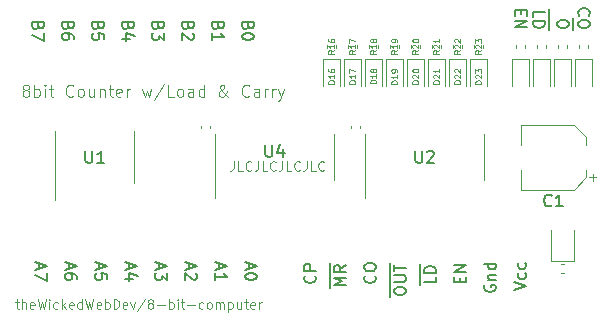
<source format=gbr>
%TF.GenerationSoftware,KiCad,Pcbnew,(5.1.10-1-10_14)*%
%TF.CreationDate,2021-10-16T23:36:31-04:00*%
%TF.ProjectId,address-register,61646472-6573-4732-9d72-656769737465,rev?*%
%TF.SameCoordinates,Original*%
%TF.FileFunction,Legend,Top*%
%TF.FilePolarity,Positive*%
%FSLAX46Y46*%
G04 Gerber Fmt 4.6, Leading zero omitted, Abs format (unit mm)*
G04 Created by KiCad (PCBNEW (5.1.10-1-10_14)) date 2021-10-16 23:36:31*
%MOMM*%
%LPD*%
G01*
G04 APERTURE LIST*
%ADD10C,0.100000*%
%ADD11C,0.150000*%
%ADD12C,0.120000*%
%ADD13C,0.080000*%
G04 APERTURE END LIST*
D10*
X186804761Y-21913904D02*
X186804761Y-22485333D01*
X186766666Y-22599619D01*
X186690476Y-22675809D01*
X186576190Y-22713904D01*
X186500000Y-22713904D01*
X187566666Y-22713904D02*
X187185714Y-22713904D01*
X187185714Y-21913904D01*
X188290476Y-22637714D02*
X188252380Y-22675809D01*
X188138095Y-22713904D01*
X188061904Y-22713904D01*
X187947619Y-22675809D01*
X187871428Y-22599619D01*
X187833333Y-22523428D01*
X187795238Y-22371047D01*
X187795238Y-22256761D01*
X187833333Y-22104380D01*
X187871428Y-22028190D01*
X187947619Y-21952000D01*
X188061904Y-21913904D01*
X188138095Y-21913904D01*
X188252380Y-21952000D01*
X188290476Y-21990095D01*
X188861904Y-21913904D02*
X188861904Y-22485333D01*
X188823809Y-22599619D01*
X188747619Y-22675809D01*
X188633333Y-22713904D01*
X188557142Y-22713904D01*
X189623809Y-22713904D02*
X189242857Y-22713904D01*
X189242857Y-21913904D01*
X190347619Y-22637714D02*
X190309523Y-22675809D01*
X190195238Y-22713904D01*
X190119047Y-22713904D01*
X190004761Y-22675809D01*
X189928571Y-22599619D01*
X189890476Y-22523428D01*
X189852380Y-22371047D01*
X189852380Y-22256761D01*
X189890476Y-22104380D01*
X189928571Y-22028190D01*
X190004761Y-21952000D01*
X190119047Y-21913904D01*
X190195238Y-21913904D01*
X190309523Y-21952000D01*
X190347619Y-21990095D01*
X190919047Y-21913904D02*
X190919047Y-22485333D01*
X190880952Y-22599619D01*
X190804761Y-22675809D01*
X190690476Y-22713904D01*
X190614285Y-22713904D01*
X191680952Y-22713904D02*
X191300000Y-22713904D01*
X191300000Y-21913904D01*
X192404761Y-22637714D02*
X192366666Y-22675809D01*
X192252380Y-22713904D01*
X192176190Y-22713904D01*
X192061904Y-22675809D01*
X191985714Y-22599619D01*
X191947619Y-22523428D01*
X191909523Y-22371047D01*
X191909523Y-22256761D01*
X191947619Y-22104380D01*
X191985714Y-22028190D01*
X192061904Y-21952000D01*
X192176190Y-21913904D01*
X192252380Y-21913904D01*
X192366666Y-21952000D01*
X192404761Y-21990095D01*
X192976190Y-21913904D02*
X192976190Y-22485333D01*
X192938095Y-22599619D01*
X192861904Y-22675809D01*
X192747619Y-22713904D01*
X192671428Y-22713904D01*
X193738095Y-22713904D02*
X193357142Y-22713904D01*
X193357142Y-21913904D01*
X194461904Y-22637714D02*
X194423809Y-22675809D01*
X194309523Y-22713904D01*
X194233333Y-22713904D01*
X194119047Y-22675809D01*
X194042857Y-22599619D01*
X194004761Y-22523428D01*
X193966666Y-22371047D01*
X193966666Y-22256761D01*
X194004761Y-22104380D01*
X194042857Y-22028190D01*
X194119047Y-21952000D01*
X194233333Y-21913904D01*
X194309523Y-21913904D01*
X194423809Y-21952000D01*
X194461904Y-21990095D01*
D11*
X211145428Y-9110214D02*
X211145428Y-9443547D01*
X210621619Y-9586404D02*
X210621619Y-9110214D01*
X211621619Y-9110214D01*
X211621619Y-9586404D01*
X210621619Y-10014976D02*
X211621619Y-10014976D01*
X210621619Y-10586404D01*
X211621619Y-10586404D01*
X213513000Y-9014976D02*
X213513000Y-9824500D01*
X212145619Y-9729261D02*
X212145619Y-9253071D01*
X213145619Y-9253071D01*
X213513000Y-9824500D02*
X213513000Y-10824500D01*
X212145619Y-10062595D02*
X213145619Y-10062595D01*
X213145619Y-10300690D01*
X213098000Y-10443547D01*
X213002761Y-10538785D01*
X212907523Y-10586404D01*
X212717047Y-10634023D01*
X212574190Y-10634023D01*
X212383714Y-10586404D01*
X212288476Y-10538785D01*
X212193238Y-10443547D01*
X212145619Y-10300690D01*
X212145619Y-10062595D01*
X215545000Y-9776880D02*
X215545000Y-10824500D01*
X215177619Y-10205452D02*
X215177619Y-10395928D01*
X215130000Y-10491166D01*
X215034761Y-10586404D01*
X214844285Y-10634023D01*
X214510952Y-10634023D01*
X214320476Y-10586404D01*
X214225238Y-10491166D01*
X214177619Y-10395928D01*
X214177619Y-10205452D01*
X214225238Y-10110214D01*
X214320476Y-10014976D01*
X214510952Y-9967357D01*
X214844285Y-9967357D01*
X215034761Y-10014976D01*
X215130000Y-10110214D01*
X215177619Y-10205452D01*
X216050857Y-9586404D02*
X216003238Y-9538785D01*
X215955619Y-9395928D01*
X215955619Y-9300690D01*
X216003238Y-9157833D01*
X216098476Y-9062595D01*
X216193714Y-9014976D01*
X216384190Y-8967357D01*
X216527047Y-8967357D01*
X216717523Y-9014976D01*
X216812761Y-9062595D01*
X216908000Y-9157833D01*
X216955619Y-9300690D01*
X216955619Y-9395928D01*
X216908000Y-9538785D01*
X216860380Y-9586404D01*
X216955619Y-10205452D02*
X216955619Y-10395928D01*
X216908000Y-10491166D01*
X216812761Y-10586404D01*
X216622285Y-10634023D01*
X216288952Y-10634023D01*
X216098476Y-10586404D01*
X216003238Y-10491166D01*
X215955619Y-10395928D01*
X215955619Y-10205452D01*
X216003238Y-10110214D01*
X216098476Y-10014976D01*
X216288952Y-9967357D01*
X216622285Y-9967357D01*
X216812761Y-10014976D01*
X216908000Y-10110214D01*
X216955619Y-10205452D01*
D10*
X169101761Y-15882952D02*
X169006523Y-15835333D01*
X168958904Y-15787714D01*
X168911285Y-15692476D01*
X168911285Y-15644857D01*
X168958904Y-15549619D01*
X169006523Y-15502000D01*
X169101761Y-15454380D01*
X169292238Y-15454380D01*
X169387476Y-15502000D01*
X169435095Y-15549619D01*
X169482714Y-15644857D01*
X169482714Y-15692476D01*
X169435095Y-15787714D01*
X169387476Y-15835333D01*
X169292238Y-15882952D01*
X169101761Y-15882952D01*
X169006523Y-15930571D01*
X168958904Y-15978190D01*
X168911285Y-16073428D01*
X168911285Y-16263904D01*
X168958904Y-16359142D01*
X169006523Y-16406761D01*
X169101761Y-16454380D01*
X169292238Y-16454380D01*
X169387476Y-16406761D01*
X169435095Y-16359142D01*
X169482714Y-16263904D01*
X169482714Y-16073428D01*
X169435095Y-15978190D01*
X169387476Y-15930571D01*
X169292238Y-15882952D01*
X169911285Y-16454380D02*
X169911285Y-15454380D01*
X169911285Y-15835333D02*
X170006523Y-15787714D01*
X170197000Y-15787714D01*
X170292238Y-15835333D01*
X170339857Y-15882952D01*
X170387476Y-15978190D01*
X170387476Y-16263904D01*
X170339857Y-16359142D01*
X170292238Y-16406761D01*
X170197000Y-16454380D01*
X170006523Y-16454380D01*
X169911285Y-16406761D01*
X170816047Y-16454380D02*
X170816047Y-15787714D01*
X170816047Y-15454380D02*
X170768428Y-15502000D01*
X170816047Y-15549619D01*
X170863666Y-15502000D01*
X170816047Y-15454380D01*
X170816047Y-15549619D01*
X171149380Y-15787714D02*
X171530333Y-15787714D01*
X171292238Y-15454380D02*
X171292238Y-16311523D01*
X171339857Y-16406761D01*
X171435095Y-16454380D01*
X171530333Y-16454380D01*
X173197000Y-16359142D02*
X173149380Y-16406761D01*
X173006523Y-16454380D01*
X172911285Y-16454380D01*
X172768428Y-16406761D01*
X172673190Y-16311523D01*
X172625571Y-16216285D01*
X172577952Y-16025809D01*
X172577952Y-15882952D01*
X172625571Y-15692476D01*
X172673190Y-15597238D01*
X172768428Y-15502000D01*
X172911285Y-15454380D01*
X173006523Y-15454380D01*
X173149380Y-15502000D01*
X173197000Y-15549619D01*
X173768428Y-16454380D02*
X173673190Y-16406761D01*
X173625571Y-16359142D01*
X173577952Y-16263904D01*
X173577952Y-15978190D01*
X173625571Y-15882952D01*
X173673190Y-15835333D01*
X173768428Y-15787714D01*
X173911285Y-15787714D01*
X174006523Y-15835333D01*
X174054142Y-15882952D01*
X174101761Y-15978190D01*
X174101761Y-16263904D01*
X174054142Y-16359142D01*
X174006523Y-16406761D01*
X173911285Y-16454380D01*
X173768428Y-16454380D01*
X174958904Y-15787714D02*
X174958904Y-16454380D01*
X174530333Y-15787714D02*
X174530333Y-16311523D01*
X174577952Y-16406761D01*
X174673190Y-16454380D01*
X174816047Y-16454380D01*
X174911285Y-16406761D01*
X174958904Y-16359142D01*
X175435095Y-15787714D02*
X175435095Y-16454380D01*
X175435095Y-15882952D02*
X175482714Y-15835333D01*
X175577952Y-15787714D01*
X175720809Y-15787714D01*
X175816047Y-15835333D01*
X175863666Y-15930571D01*
X175863666Y-16454380D01*
X176197000Y-15787714D02*
X176577952Y-15787714D01*
X176339857Y-15454380D02*
X176339857Y-16311523D01*
X176387476Y-16406761D01*
X176482714Y-16454380D01*
X176577952Y-16454380D01*
X177292238Y-16406761D02*
X177197000Y-16454380D01*
X177006523Y-16454380D01*
X176911285Y-16406761D01*
X176863666Y-16311523D01*
X176863666Y-15930571D01*
X176911285Y-15835333D01*
X177006523Y-15787714D01*
X177197000Y-15787714D01*
X177292238Y-15835333D01*
X177339857Y-15930571D01*
X177339857Y-16025809D01*
X176863666Y-16121047D01*
X177768428Y-16454380D02*
X177768428Y-15787714D01*
X177768428Y-15978190D02*
X177816047Y-15882952D01*
X177863666Y-15835333D01*
X177958904Y-15787714D01*
X178054142Y-15787714D01*
X179054142Y-15787714D02*
X179244619Y-16454380D01*
X179435095Y-15978190D01*
X179625571Y-16454380D01*
X179816047Y-15787714D01*
X180911285Y-15406761D02*
X180054142Y-16692476D01*
X181720809Y-16454380D02*
X181244619Y-16454380D01*
X181244619Y-15454380D01*
X182197000Y-16454380D02*
X182101761Y-16406761D01*
X182054142Y-16359142D01*
X182006523Y-16263904D01*
X182006523Y-15978190D01*
X182054142Y-15882952D01*
X182101761Y-15835333D01*
X182197000Y-15787714D01*
X182339857Y-15787714D01*
X182435095Y-15835333D01*
X182482714Y-15882952D01*
X182530333Y-15978190D01*
X182530333Y-16263904D01*
X182482714Y-16359142D01*
X182435095Y-16406761D01*
X182339857Y-16454380D01*
X182197000Y-16454380D01*
X183387476Y-16454380D02*
X183387476Y-15930571D01*
X183339857Y-15835333D01*
X183244619Y-15787714D01*
X183054142Y-15787714D01*
X182958904Y-15835333D01*
X183387476Y-16406761D02*
X183292238Y-16454380D01*
X183054142Y-16454380D01*
X182958904Y-16406761D01*
X182911285Y-16311523D01*
X182911285Y-16216285D01*
X182958904Y-16121047D01*
X183054142Y-16073428D01*
X183292238Y-16073428D01*
X183387476Y-16025809D01*
X184292238Y-16454380D02*
X184292238Y-15454380D01*
X184292238Y-16406761D02*
X184197000Y-16454380D01*
X184006523Y-16454380D01*
X183911285Y-16406761D01*
X183863666Y-16359142D01*
X183816047Y-16263904D01*
X183816047Y-15978190D01*
X183863666Y-15882952D01*
X183911285Y-15835333D01*
X184006523Y-15787714D01*
X184197000Y-15787714D01*
X184292238Y-15835333D01*
X186339857Y-16454380D02*
X186292238Y-16454380D01*
X186197000Y-16406761D01*
X186054142Y-16263904D01*
X185816047Y-15978190D01*
X185720809Y-15835333D01*
X185673190Y-15692476D01*
X185673190Y-15597238D01*
X185720809Y-15502000D01*
X185816047Y-15454380D01*
X185863666Y-15454380D01*
X185958904Y-15502000D01*
X186006523Y-15597238D01*
X186006523Y-15644857D01*
X185958904Y-15740095D01*
X185911285Y-15787714D01*
X185625571Y-15978190D01*
X185577952Y-16025809D01*
X185530333Y-16121047D01*
X185530333Y-16263904D01*
X185577952Y-16359142D01*
X185625571Y-16406761D01*
X185720809Y-16454380D01*
X185863666Y-16454380D01*
X185958904Y-16406761D01*
X186006523Y-16359142D01*
X186149380Y-16168666D01*
X186197000Y-16025809D01*
X186197000Y-15930571D01*
X188101761Y-16359142D02*
X188054142Y-16406761D01*
X187911285Y-16454380D01*
X187816047Y-16454380D01*
X187673190Y-16406761D01*
X187577952Y-16311523D01*
X187530333Y-16216285D01*
X187482714Y-16025809D01*
X187482714Y-15882952D01*
X187530333Y-15692476D01*
X187577952Y-15597238D01*
X187673190Y-15502000D01*
X187816047Y-15454380D01*
X187911285Y-15454380D01*
X188054142Y-15502000D01*
X188101761Y-15549619D01*
X188958904Y-16454380D02*
X188958904Y-15930571D01*
X188911285Y-15835333D01*
X188816047Y-15787714D01*
X188625571Y-15787714D01*
X188530333Y-15835333D01*
X188958904Y-16406761D02*
X188863666Y-16454380D01*
X188625571Y-16454380D01*
X188530333Y-16406761D01*
X188482714Y-16311523D01*
X188482714Y-16216285D01*
X188530333Y-16121047D01*
X188625571Y-16073428D01*
X188863666Y-16073428D01*
X188958904Y-16025809D01*
X189435095Y-16454380D02*
X189435095Y-15787714D01*
X189435095Y-15978190D02*
X189482714Y-15882952D01*
X189530333Y-15835333D01*
X189625571Y-15787714D01*
X189720809Y-15787714D01*
X190054142Y-16454380D02*
X190054142Y-15787714D01*
X190054142Y-15978190D02*
X190101761Y-15882952D01*
X190149380Y-15835333D01*
X190244619Y-15787714D01*
X190339857Y-15787714D01*
X190577952Y-15787714D02*
X190816047Y-16454380D01*
X191054142Y-15787714D02*
X190816047Y-16454380D01*
X190720809Y-16692476D01*
X190673190Y-16740095D01*
X190577952Y-16787714D01*
D11*
X188031428Y-10459547D02*
X187983809Y-10602404D01*
X187936190Y-10650023D01*
X187840952Y-10697642D01*
X187698095Y-10697642D01*
X187602857Y-10650023D01*
X187555238Y-10602404D01*
X187507619Y-10507166D01*
X187507619Y-10126214D01*
X188507619Y-10126214D01*
X188507619Y-10459547D01*
X188460000Y-10554785D01*
X188412380Y-10602404D01*
X188317142Y-10650023D01*
X188221904Y-10650023D01*
X188126666Y-10602404D01*
X188079047Y-10554785D01*
X188031428Y-10459547D01*
X188031428Y-10126214D01*
X188507619Y-11316690D02*
X188507619Y-11411928D01*
X188460000Y-11507166D01*
X188412380Y-11554785D01*
X188317142Y-11602404D01*
X188126666Y-11650023D01*
X187888571Y-11650023D01*
X187698095Y-11602404D01*
X187602857Y-11554785D01*
X187555238Y-11507166D01*
X187507619Y-11411928D01*
X187507619Y-11316690D01*
X187555238Y-11221452D01*
X187602857Y-11173833D01*
X187698095Y-11126214D01*
X187888571Y-11078595D01*
X188126666Y-11078595D01*
X188317142Y-11126214D01*
X188412380Y-11173833D01*
X188460000Y-11221452D01*
X188507619Y-11316690D01*
X177871428Y-10459547D02*
X177823809Y-10602404D01*
X177776190Y-10650023D01*
X177680952Y-10697642D01*
X177538095Y-10697642D01*
X177442857Y-10650023D01*
X177395238Y-10602404D01*
X177347619Y-10507166D01*
X177347619Y-10126214D01*
X178347619Y-10126214D01*
X178347619Y-10459547D01*
X178300000Y-10554785D01*
X178252380Y-10602404D01*
X178157142Y-10650023D01*
X178061904Y-10650023D01*
X177966666Y-10602404D01*
X177919047Y-10554785D01*
X177871428Y-10459547D01*
X177871428Y-10126214D01*
X178014285Y-11554785D02*
X177347619Y-11554785D01*
X178395238Y-11316690D02*
X177680952Y-11078595D01*
X177680952Y-11697642D01*
X180411428Y-10459547D02*
X180363809Y-10602404D01*
X180316190Y-10650023D01*
X180220952Y-10697642D01*
X180078095Y-10697642D01*
X179982857Y-10650023D01*
X179935238Y-10602404D01*
X179887619Y-10507166D01*
X179887619Y-10126214D01*
X180887619Y-10126214D01*
X180887619Y-10459547D01*
X180840000Y-10554785D01*
X180792380Y-10602404D01*
X180697142Y-10650023D01*
X180601904Y-10650023D01*
X180506666Y-10602404D01*
X180459047Y-10554785D01*
X180411428Y-10459547D01*
X180411428Y-10126214D01*
X180887619Y-11030976D02*
X180887619Y-11650023D01*
X180506666Y-11316690D01*
X180506666Y-11459547D01*
X180459047Y-11554785D01*
X180411428Y-11602404D01*
X180316190Y-11650023D01*
X180078095Y-11650023D01*
X179982857Y-11602404D01*
X179935238Y-11554785D01*
X179887619Y-11459547D01*
X179887619Y-11173833D01*
X179935238Y-11078595D01*
X179982857Y-11030976D01*
X182951428Y-10459547D02*
X182903809Y-10602404D01*
X182856190Y-10650023D01*
X182760952Y-10697642D01*
X182618095Y-10697642D01*
X182522857Y-10650023D01*
X182475238Y-10602404D01*
X182427619Y-10507166D01*
X182427619Y-10126214D01*
X183427619Y-10126214D01*
X183427619Y-10459547D01*
X183380000Y-10554785D01*
X183332380Y-10602404D01*
X183237142Y-10650023D01*
X183141904Y-10650023D01*
X183046666Y-10602404D01*
X182999047Y-10554785D01*
X182951428Y-10459547D01*
X182951428Y-10126214D01*
X183332380Y-11078595D02*
X183380000Y-11126214D01*
X183427619Y-11221452D01*
X183427619Y-11459547D01*
X183380000Y-11554785D01*
X183332380Y-11602404D01*
X183237142Y-11650023D01*
X183141904Y-11650023D01*
X182999047Y-11602404D01*
X182427619Y-11030976D01*
X182427619Y-11650023D01*
X185491428Y-10459547D02*
X185443809Y-10602404D01*
X185396190Y-10650023D01*
X185300952Y-10697642D01*
X185158095Y-10697642D01*
X185062857Y-10650023D01*
X185015238Y-10602404D01*
X184967619Y-10507166D01*
X184967619Y-10126214D01*
X185967619Y-10126214D01*
X185967619Y-10459547D01*
X185920000Y-10554785D01*
X185872380Y-10602404D01*
X185777142Y-10650023D01*
X185681904Y-10650023D01*
X185586666Y-10602404D01*
X185539047Y-10554785D01*
X185491428Y-10459547D01*
X185491428Y-10126214D01*
X184967619Y-11650023D02*
X184967619Y-11078595D01*
X184967619Y-11364309D02*
X185967619Y-11364309D01*
X185824761Y-11269071D01*
X185729523Y-11173833D01*
X185681904Y-11078595D01*
X175331428Y-10459547D02*
X175283809Y-10602404D01*
X175236190Y-10650023D01*
X175140952Y-10697642D01*
X174998095Y-10697642D01*
X174902857Y-10650023D01*
X174855238Y-10602404D01*
X174807619Y-10507166D01*
X174807619Y-10126214D01*
X175807619Y-10126214D01*
X175807619Y-10459547D01*
X175760000Y-10554785D01*
X175712380Y-10602404D01*
X175617142Y-10650023D01*
X175521904Y-10650023D01*
X175426666Y-10602404D01*
X175379047Y-10554785D01*
X175331428Y-10459547D01*
X175331428Y-10126214D01*
X175807619Y-11602404D02*
X175807619Y-11126214D01*
X175331428Y-11078595D01*
X175379047Y-11126214D01*
X175426666Y-11221452D01*
X175426666Y-11459547D01*
X175379047Y-11554785D01*
X175331428Y-11602404D01*
X175236190Y-11650023D01*
X174998095Y-11650023D01*
X174902857Y-11602404D01*
X174855238Y-11554785D01*
X174807619Y-11459547D01*
X174807619Y-11221452D01*
X174855238Y-11126214D01*
X174902857Y-11078595D01*
X172791428Y-10459547D02*
X172743809Y-10602404D01*
X172696190Y-10650023D01*
X172600952Y-10697642D01*
X172458095Y-10697642D01*
X172362857Y-10650023D01*
X172315238Y-10602404D01*
X172267619Y-10507166D01*
X172267619Y-10126214D01*
X173267619Y-10126214D01*
X173267619Y-10459547D01*
X173220000Y-10554785D01*
X173172380Y-10602404D01*
X173077142Y-10650023D01*
X172981904Y-10650023D01*
X172886666Y-10602404D01*
X172839047Y-10554785D01*
X172791428Y-10459547D01*
X172791428Y-10126214D01*
X173267619Y-11554785D02*
X173267619Y-11364309D01*
X173220000Y-11269071D01*
X173172380Y-11221452D01*
X173029523Y-11126214D01*
X172839047Y-11078595D01*
X172458095Y-11078595D01*
X172362857Y-11126214D01*
X172315238Y-11173833D01*
X172267619Y-11269071D01*
X172267619Y-11459547D01*
X172315238Y-11554785D01*
X172362857Y-11602404D01*
X172458095Y-11650023D01*
X172696190Y-11650023D01*
X172791428Y-11602404D01*
X172839047Y-11554785D01*
X172886666Y-11459547D01*
X172886666Y-11269071D01*
X172839047Y-11173833D01*
X172791428Y-11126214D01*
X172696190Y-11078595D01*
X170251428Y-10459547D02*
X170203809Y-10602404D01*
X170156190Y-10650023D01*
X170060952Y-10697642D01*
X169918095Y-10697642D01*
X169822857Y-10650023D01*
X169775238Y-10602404D01*
X169727619Y-10507166D01*
X169727619Y-10126214D01*
X170727619Y-10126214D01*
X170727619Y-10459547D01*
X170680000Y-10554785D01*
X170632380Y-10602404D01*
X170537142Y-10650023D01*
X170441904Y-10650023D01*
X170346666Y-10602404D01*
X170299047Y-10554785D01*
X170251428Y-10459547D01*
X170251428Y-10126214D01*
X170727619Y-11030976D02*
X170727619Y-11697642D01*
X169727619Y-11269071D01*
X194919000Y-32668500D02*
X194919000Y-31525642D01*
X196286380Y-32430404D02*
X195286380Y-32430404D01*
X196000666Y-32097071D01*
X195286380Y-31763738D01*
X196286380Y-31763738D01*
X194919000Y-31525642D02*
X194919000Y-30525642D01*
X196286380Y-30716119D02*
X195810190Y-31049452D01*
X196286380Y-31287547D02*
X195286380Y-31287547D01*
X195286380Y-30906595D01*
X195334000Y-30811357D01*
X195381619Y-30763738D01*
X195476857Y-30716119D01*
X195619714Y-30716119D01*
X195714952Y-30763738D01*
X195762571Y-30811357D01*
X195810190Y-30906595D01*
X195810190Y-31287547D01*
D10*
X168289190Y-33864571D02*
X168593952Y-33864571D01*
X168403476Y-33597904D02*
X168403476Y-34283619D01*
X168441571Y-34359809D01*
X168517761Y-34397904D01*
X168593952Y-34397904D01*
X168860619Y-34397904D02*
X168860619Y-33597904D01*
X169203476Y-34397904D02*
X169203476Y-33978857D01*
X169165380Y-33902666D01*
X169089190Y-33864571D01*
X168974904Y-33864571D01*
X168898714Y-33902666D01*
X168860619Y-33940761D01*
X169889190Y-34359809D02*
X169813000Y-34397904D01*
X169660619Y-34397904D01*
X169584428Y-34359809D01*
X169546333Y-34283619D01*
X169546333Y-33978857D01*
X169584428Y-33902666D01*
X169660619Y-33864571D01*
X169813000Y-33864571D01*
X169889190Y-33902666D01*
X169927285Y-33978857D01*
X169927285Y-34055047D01*
X169546333Y-34131238D01*
X170193952Y-33597904D02*
X170384428Y-34397904D01*
X170536809Y-33826476D01*
X170689190Y-34397904D01*
X170879666Y-33597904D01*
X171184428Y-34397904D02*
X171184428Y-33864571D01*
X171184428Y-33597904D02*
X171146333Y-33636000D01*
X171184428Y-33674095D01*
X171222523Y-33636000D01*
X171184428Y-33597904D01*
X171184428Y-33674095D01*
X171908238Y-34359809D02*
X171832047Y-34397904D01*
X171679666Y-34397904D01*
X171603476Y-34359809D01*
X171565380Y-34321714D01*
X171527285Y-34245523D01*
X171527285Y-34016952D01*
X171565380Y-33940761D01*
X171603476Y-33902666D01*
X171679666Y-33864571D01*
X171832047Y-33864571D01*
X171908238Y-33902666D01*
X172251095Y-34397904D02*
X172251095Y-33597904D01*
X172327285Y-34093142D02*
X172555857Y-34397904D01*
X172555857Y-33864571D02*
X172251095Y-34169333D01*
X173203476Y-34359809D02*
X173127285Y-34397904D01*
X172974904Y-34397904D01*
X172898714Y-34359809D01*
X172860619Y-34283619D01*
X172860619Y-33978857D01*
X172898714Y-33902666D01*
X172974904Y-33864571D01*
X173127285Y-33864571D01*
X173203476Y-33902666D01*
X173241571Y-33978857D01*
X173241571Y-34055047D01*
X172860619Y-34131238D01*
X173927285Y-34397904D02*
X173927285Y-33597904D01*
X173927285Y-34359809D02*
X173851095Y-34397904D01*
X173698714Y-34397904D01*
X173622523Y-34359809D01*
X173584428Y-34321714D01*
X173546333Y-34245523D01*
X173546333Y-34016952D01*
X173584428Y-33940761D01*
X173622523Y-33902666D01*
X173698714Y-33864571D01*
X173851095Y-33864571D01*
X173927285Y-33902666D01*
X174232047Y-33597904D02*
X174422523Y-34397904D01*
X174574904Y-33826476D01*
X174727285Y-34397904D01*
X174917761Y-33597904D01*
X175527285Y-34359809D02*
X175451095Y-34397904D01*
X175298714Y-34397904D01*
X175222523Y-34359809D01*
X175184428Y-34283619D01*
X175184428Y-33978857D01*
X175222523Y-33902666D01*
X175298714Y-33864571D01*
X175451095Y-33864571D01*
X175527285Y-33902666D01*
X175565380Y-33978857D01*
X175565380Y-34055047D01*
X175184428Y-34131238D01*
X175908238Y-34397904D02*
X175908238Y-33597904D01*
X175908238Y-33902666D02*
X175984428Y-33864571D01*
X176136809Y-33864571D01*
X176213000Y-33902666D01*
X176251095Y-33940761D01*
X176289190Y-34016952D01*
X176289190Y-34245523D01*
X176251095Y-34321714D01*
X176213000Y-34359809D01*
X176136809Y-34397904D01*
X175984428Y-34397904D01*
X175908238Y-34359809D01*
X176632047Y-34397904D02*
X176632047Y-33597904D01*
X176822523Y-33597904D01*
X176936809Y-33636000D01*
X177013000Y-33712190D01*
X177051095Y-33788380D01*
X177089190Y-33940761D01*
X177089190Y-34055047D01*
X177051095Y-34207428D01*
X177013000Y-34283619D01*
X176936809Y-34359809D01*
X176822523Y-34397904D01*
X176632047Y-34397904D01*
X177736809Y-34359809D02*
X177660619Y-34397904D01*
X177508238Y-34397904D01*
X177432047Y-34359809D01*
X177393952Y-34283619D01*
X177393952Y-33978857D01*
X177432047Y-33902666D01*
X177508238Y-33864571D01*
X177660619Y-33864571D01*
X177736809Y-33902666D01*
X177774904Y-33978857D01*
X177774904Y-34055047D01*
X177393952Y-34131238D01*
X178041571Y-33864571D02*
X178232047Y-34397904D01*
X178422523Y-33864571D01*
X179298714Y-33559809D02*
X178613000Y-34588380D01*
X179679666Y-33940761D02*
X179603476Y-33902666D01*
X179565380Y-33864571D01*
X179527285Y-33788380D01*
X179527285Y-33750285D01*
X179565380Y-33674095D01*
X179603476Y-33636000D01*
X179679666Y-33597904D01*
X179832047Y-33597904D01*
X179908238Y-33636000D01*
X179946333Y-33674095D01*
X179984428Y-33750285D01*
X179984428Y-33788380D01*
X179946333Y-33864571D01*
X179908238Y-33902666D01*
X179832047Y-33940761D01*
X179679666Y-33940761D01*
X179603476Y-33978857D01*
X179565380Y-34016952D01*
X179527285Y-34093142D01*
X179527285Y-34245523D01*
X179565380Y-34321714D01*
X179603476Y-34359809D01*
X179679666Y-34397904D01*
X179832047Y-34397904D01*
X179908238Y-34359809D01*
X179946333Y-34321714D01*
X179984428Y-34245523D01*
X179984428Y-34093142D01*
X179946333Y-34016952D01*
X179908238Y-33978857D01*
X179832047Y-33940761D01*
X180327285Y-34093142D02*
X180936809Y-34093142D01*
X181317761Y-34397904D02*
X181317761Y-33597904D01*
X181317761Y-33902666D02*
X181393952Y-33864571D01*
X181546333Y-33864571D01*
X181622523Y-33902666D01*
X181660619Y-33940761D01*
X181698714Y-34016952D01*
X181698714Y-34245523D01*
X181660619Y-34321714D01*
X181622523Y-34359809D01*
X181546333Y-34397904D01*
X181393952Y-34397904D01*
X181317761Y-34359809D01*
X182041571Y-34397904D02*
X182041571Y-33864571D01*
X182041571Y-33597904D02*
X182003476Y-33636000D01*
X182041571Y-33674095D01*
X182079666Y-33636000D01*
X182041571Y-33597904D01*
X182041571Y-33674095D01*
X182308238Y-33864571D02*
X182613000Y-33864571D01*
X182422523Y-33597904D02*
X182422523Y-34283619D01*
X182460619Y-34359809D01*
X182536809Y-34397904D01*
X182613000Y-34397904D01*
X182879666Y-34093142D02*
X183489190Y-34093142D01*
X184213000Y-34359809D02*
X184136809Y-34397904D01*
X183984428Y-34397904D01*
X183908238Y-34359809D01*
X183870142Y-34321714D01*
X183832047Y-34245523D01*
X183832047Y-34016952D01*
X183870142Y-33940761D01*
X183908238Y-33902666D01*
X183984428Y-33864571D01*
X184136809Y-33864571D01*
X184213000Y-33902666D01*
X184670142Y-34397904D02*
X184593952Y-34359809D01*
X184555857Y-34321714D01*
X184517761Y-34245523D01*
X184517761Y-34016952D01*
X184555857Y-33940761D01*
X184593952Y-33902666D01*
X184670142Y-33864571D01*
X184784428Y-33864571D01*
X184860619Y-33902666D01*
X184898714Y-33940761D01*
X184936809Y-34016952D01*
X184936809Y-34245523D01*
X184898714Y-34321714D01*
X184860619Y-34359809D01*
X184784428Y-34397904D01*
X184670142Y-34397904D01*
X185279666Y-34397904D02*
X185279666Y-33864571D01*
X185279666Y-33940761D02*
X185317761Y-33902666D01*
X185393952Y-33864571D01*
X185508238Y-33864571D01*
X185584428Y-33902666D01*
X185622523Y-33978857D01*
X185622523Y-34397904D01*
X185622523Y-33978857D02*
X185660619Y-33902666D01*
X185736809Y-33864571D01*
X185851095Y-33864571D01*
X185927285Y-33902666D01*
X185965380Y-33978857D01*
X185965380Y-34397904D01*
X186346333Y-33864571D02*
X186346333Y-34664571D01*
X186346333Y-33902666D02*
X186422523Y-33864571D01*
X186574904Y-33864571D01*
X186651095Y-33902666D01*
X186689190Y-33940761D01*
X186727285Y-34016952D01*
X186727285Y-34245523D01*
X186689190Y-34321714D01*
X186651095Y-34359809D01*
X186574904Y-34397904D01*
X186422523Y-34397904D01*
X186346333Y-34359809D01*
X187413000Y-33864571D02*
X187413000Y-34397904D01*
X187070142Y-33864571D02*
X187070142Y-34283619D01*
X187108238Y-34359809D01*
X187184428Y-34397904D01*
X187298714Y-34397904D01*
X187374904Y-34359809D01*
X187413000Y-34321714D01*
X187679666Y-33864571D02*
X187984428Y-33864571D01*
X187793952Y-33597904D02*
X187793952Y-34283619D01*
X187832047Y-34359809D01*
X187908238Y-34397904D01*
X187984428Y-34397904D01*
X188555857Y-34359809D02*
X188479666Y-34397904D01*
X188327285Y-34397904D01*
X188251095Y-34359809D01*
X188213000Y-34283619D01*
X188213000Y-33978857D01*
X188251095Y-33902666D01*
X188327285Y-33864571D01*
X188479666Y-33864571D01*
X188555857Y-33902666D01*
X188593952Y-33978857D01*
X188593952Y-34055047D01*
X188213000Y-34131238D01*
X188936809Y-34397904D02*
X188936809Y-33864571D01*
X188936809Y-34016952D02*
X188974904Y-33940761D01*
X189013000Y-33902666D01*
X189089190Y-33864571D01*
X189165380Y-33864571D01*
D11*
X208034000Y-32414595D02*
X207986380Y-32509833D01*
X207986380Y-32652690D01*
X208034000Y-32795547D01*
X208129238Y-32890785D01*
X208224476Y-32938404D01*
X208414952Y-32986023D01*
X208557809Y-32986023D01*
X208748285Y-32938404D01*
X208843523Y-32890785D01*
X208938761Y-32795547D01*
X208986380Y-32652690D01*
X208986380Y-32557452D01*
X208938761Y-32414595D01*
X208891142Y-32366976D01*
X208557809Y-32366976D01*
X208557809Y-32557452D01*
X208319714Y-31938404D02*
X208986380Y-31938404D01*
X208414952Y-31938404D02*
X208367333Y-31890785D01*
X208319714Y-31795547D01*
X208319714Y-31652690D01*
X208367333Y-31557452D01*
X208462571Y-31509833D01*
X208986380Y-31509833D01*
X208986380Y-30605071D02*
X207986380Y-30605071D01*
X208938761Y-30605071D02*
X208986380Y-30700309D01*
X208986380Y-30890785D01*
X208938761Y-30986023D01*
X208891142Y-31033642D01*
X208795904Y-31081261D01*
X208510190Y-31081261D01*
X208414952Y-31033642D01*
X208367333Y-30986023D01*
X208319714Y-30890785D01*
X208319714Y-30700309D01*
X208367333Y-30605071D01*
X210526380Y-32827261D02*
X211526380Y-32493928D01*
X210526380Y-32160595D01*
X211478761Y-31398690D02*
X211526380Y-31493928D01*
X211526380Y-31684404D01*
X211478761Y-31779642D01*
X211431142Y-31827261D01*
X211335904Y-31874880D01*
X211050190Y-31874880D01*
X210954952Y-31827261D01*
X210907333Y-31779642D01*
X210859714Y-31684404D01*
X210859714Y-31493928D01*
X210907333Y-31398690D01*
X211478761Y-30541547D02*
X211526380Y-30636785D01*
X211526380Y-30827261D01*
X211478761Y-30922500D01*
X211431142Y-30970119D01*
X211335904Y-31017738D01*
X211050190Y-31017738D01*
X210954952Y-30970119D01*
X210907333Y-30922500D01*
X210859714Y-30827261D01*
X210859714Y-30636785D01*
X210907333Y-30541547D01*
X193651142Y-31604976D02*
X193698761Y-31652595D01*
X193746380Y-31795452D01*
X193746380Y-31890690D01*
X193698761Y-32033547D01*
X193603523Y-32128785D01*
X193508285Y-32176404D01*
X193317809Y-32224023D01*
X193174952Y-32224023D01*
X192984476Y-32176404D01*
X192889238Y-32128785D01*
X192794000Y-32033547D01*
X192746380Y-31890690D01*
X192746380Y-31795452D01*
X192794000Y-31652595D01*
X192841619Y-31604976D01*
X193746380Y-31176404D02*
X192746380Y-31176404D01*
X192746380Y-30795452D01*
X192794000Y-30700214D01*
X192841619Y-30652595D01*
X192936857Y-30604976D01*
X193079714Y-30604976D01*
X193174952Y-30652595D01*
X193222571Y-30700214D01*
X193270190Y-30795452D01*
X193270190Y-31176404D01*
X170267333Y-30541452D02*
X170267333Y-31017642D01*
X169981619Y-30446214D02*
X170981619Y-30779547D01*
X169981619Y-31112880D01*
X170981619Y-31350976D02*
X170981619Y-32017642D01*
X169981619Y-31589071D01*
X172807333Y-30541452D02*
X172807333Y-31017642D01*
X172521619Y-30446214D02*
X173521619Y-30779547D01*
X172521619Y-31112880D01*
X173521619Y-31874785D02*
X173521619Y-31684309D01*
X173474000Y-31589071D01*
X173426380Y-31541452D01*
X173283523Y-31446214D01*
X173093047Y-31398595D01*
X172712095Y-31398595D01*
X172616857Y-31446214D01*
X172569238Y-31493833D01*
X172521619Y-31589071D01*
X172521619Y-31779547D01*
X172569238Y-31874785D01*
X172616857Y-31922404D01*
X172712095Y-31970023D01*
X172950190Y-31970023D01*
X173045428Y-31922404D01*
X173093047Y-31874785D01*
X173140666Y-31779547D01*
X173140666Y-31589071D01*
X173093047Y-31493833D01*
X173045428Y-31446214D01*
X172950190Y-31398595D01*
X175347333Y-30541452D02*
X175347333Y-31017642D01*
X175061619Y-30446214D02*
X176061619Y-30779547D01*
X175061619Y-31112880D01*
X176061619Y-31922404D02*
X176061619Y-31446214D01*
X175585428Y-31398595D01*
X175633047Y-31446214D01*
X175680666Y-31541452D01*
X175680666Y-31779547D01*
X175633047Y-31874785D01*
X175585428Y-31922404D01*
X175490190Y-31970023D01*
X175252095Y-31970023D01*
X175156857Y-31922404D01*
X175109238Y-31874785D01*
X175061619Y-31779547D01*
X175061619Y-31541452D01*
X175109238Y-31446214D01*
X175156857Y-31398595D01*
X177887333Y-30541452D02*
X177887333Y-31017642D01*
X177601619Y-30446214D02*
X178601619Y-30779547D01*
X177601619Y-31112880D01*
X178268285Y-31874785D02*
X177601619Y-31874785D01*
X178649238Y-31636690D02*
X177934952Y-31398595D01*
X177934952Y-32017642D01*
X180427333Y-30541452D02*
X180427333Y-31017642D01*
X180141619Y-30446214D02*
X181141619Y-30779547D01*
X180141619Y-31112880D01*
X181141619Y-31350976D02*
X181141619Y-31970023D01*
X180760666Y-31636690D01*
X180760666Y-31779547D01*
X180713047Y-31874785D01*
X180665428Y-31922404D01*
X180570190Y-31970023D01*
X180332095Y-31970023D01*
X180236857Y-31922404D01*
X180189238Y-31874785D01*
X180141619Y-31779547D01*
X180141619Y-31493833D01*
X180189238Y-31398595D01*
X180236857Y-31350976D01*
X182967333Y-30541452D02*
X182967333Y-31017642D01*
X182681619Y-30446214D02*
X183681619Y-30779547D01*
X182681619Y-31112880D01*
X183586380Y-31398595D02*
X183634000Y-31446214D01*
X183681619Y-31541452D01*
X183681619Y-31779547D01*
X183634000Y-31874785D01*
X183586380Y-31922404D01*
X183491142Y-31970023D01*
X183395904Y-31970023D01*
X183253047Y-31922404D01*
X182681619Y-31350976D01*
X182681619Y-31970023D01*
X185507333Y-30541452D02*
X185507333Y-31017642D01*
X185221619Y-30446214D02*
X186221619Y-30779547D01*
X185221619Y-31112880D01*
X185221619Y-31970023D02*
X185221619Y-31398595D01*
X185221619Y-31684309D02*
X186221619Y-31684309D01*
X186078761Y-31589071D01*
X185983523Y-31493833D01*
X185935904Y-31398595D01*
X188047333Y-30541452D02*
X188047333Y-31017642D01*
X187761619Y-30446214D02*
X188761619Y-30779547D01*
X187761619Y-31112880D01*
X188761619Y-31636690D02*
X188761619Y-31731928D01*
X188714000Y-31827166D01*
X188666380Y-31874785D01*
X188571142Y-31922404D01*
X188380666Y-31970023D01*
X188142571Y-31970023D01*
X187952095Y-31922404D01*
X187856857Y-31874785D01*
X187809238Y-31827166D01*
X187761619Y-31731928D01*
X187761619Y-31636690D01*
X187809238Y-31541452D01*
X187856857Y-31493833D01*
X187952095Y-31446214D01*
X188142571Y-31398595D01*
X188380666Y-31398595D01*
X188571142Y-31446214D01*
X188666380Y-31493833D01*
X188714000Y-31541452D01*
X188761619Y-31636690D01*
X198731142Y-31604976D02*
X198778761Y-31652595D01*
X198826380Y-31795452D01*
X198826380Y-31890690D01*
X198778761Y-32033547D01*
X198683523Y-32128785D01*
X198588285Y-32176404D01*
X198397809Y-32224023D01*
X198254952Y-32224023D01*
X198064476Y-32176404D01*
X197969238Y-32128785D01*
X197874000Y-32033547D01*
X197826380Y-31890690D01*
X197826380Y-31795452D01*
X197874000Y-31652595D01*
X197921619Y-31604976D01*
X197826380Y-30985928D02*
X197826380Y-30795452D01*
X197874000Y-30700214D01*
X197969238Y-30604976D01*
X198159714Y-30557357D01*
X198493047Y-30557357D01*
X198683523Y-30604976D01*
X198778761Y-30700214D01*
X198826380Y-30795452D01*
X198826380Y-30985928D01*
X198778761Y-31081166D01*
X198683523Y-31176404D01*
X198493047Y-31224023D01*
X198159714Y-31224023D01*
X197969238Y-31176404D01*
X197874000Y-31081166D01*
X197826380Y-30985928D01*
X199999000Y-33430500D02*
X199999000Y-32382880D01*
X200366380Y-33001928D02*
X200366380Y-32811452D01*
X200414000Y-32716214D01*
X200509238Y-32620976D01*
X200699714Y-32573357D01*
X201033047Y-32573357D01*
X201223523Y-32620976D01*
X201318761Y-32716214D01*
X201366380Y-32811452D01*
X201366380Y-33001928D01*
X201318761Y-33097166D01*
X201223523Y-33192404D01*
X201033047Y-33240023D01*
X200699714Y-33240023D01*
X200509238Y-33192404D01*
X200414000Y-33097166D01*
X200366380Y-33001928D01*
X199999000Y-32382880D02*
X199999000Y-31335261D01*
X200366380Y-32144785D02*
X201175904Y-32144785D01*
X201271142Y-32097166D01*
X201318761Y-32049547D01*
X201366380Y-31954309D01*
X201366380Y-31763833D01*
X201318761Y-31668595D01*
X201271142Y-31620976D01*
X201175904Y-31573357D01*
X200366380Y-31573357D01*
X199999000Y-31335261D02*
X199999000Y-30573357D01*
X200366380Y-31240023D02*
X200366380Y-30668595D01*
X201366380Y-30954309D02*
X200366380Y-30954309D01*
X202539000Y-32414500D02*
X202539000Y-31604976D01*
X203906380Y-31700214D02*
X203906380Y-32176404D01*
X202906380Y-32176404D01*
X202539000Y-31604976D02*
X202539000Y-30604976D01*
X203906380Y-31366880D02*
X202906380Y-31366880D01*
X202906380Y-31128785D01*
X202954000Y-30985928D01*
X203049238Y-30890690D01*
X203144476Y-30843071D01*
X203334952Y-30795452D01*
X203477809Y-30795452D01*
X203668285Y-30843071D01*
X203763523Y-30890690D01*
X203858761Y-30985928D01*
X203906380Y-31128785D01*
X203906380Y-31366880D01*
X205922571Y-32176404D02*
X205922571Y-31843071D01*
X206446380Y-31700214D02*
X206446380Y-32176404D01*
X205446380Y-32176404D01*
X205446380Y-31700214D01*
X206446380Y-31271642D02*
X205446380Y-31271642D01*
X206446380Y-30700214D01*
X205446380Y-30700214D01*
D12*
%TO.C,U3*%
X215673000Y-13247000D02*
X215673000Y-15532000D01*
X217143000Y-13247000D02*
X215673000Y-13247000D01*
X217143000Y-15532000D02*
X217143000Y-13247000D01*
%TO.C,U4*%
X185186000Y-21590000D02*
X185186000Y-25040000D01*
X185186000Y-21590000D02*
X185186000Y-19640000D01*
X195306000Y-21590000D02*
X195306000Y-23540000D01*
X195306000Y-21590000D02*
X195306000Y-19640000D01*
%TO.C,U2*%
X197886000Y-21590000D02*
X197886000Y-25040000D01*
X197886000Y-21590000D02*
X197886000Y-19640000D01*
X208006000Y-21590000D02*
X208006000Y-23540000D01*
X208006000Y-21590000D02*
X208006000Y-19640000D01*
%TO.C,U1*%
X171621000Y-21590000D02*
X171621000Y-25190000D01*
X171621000Y-21590000D02*
X171621000Y-19390000D01*
X178391000Y-21590000D02*
X178391000Y-23790000D01*
X178391000Y-21590000D02*
X178391000Y-19390000D01*
%TO.C,R14*%
X216788000Y-12345641D02*
X216788000Y-12038359D01*
X216028000Y-12345641D02*
X216028000Y-12038359D01*
%TO.C,R12*%
X215010000Y-12345641D02*
X215010000Y-12038359D01*
X214250000Y-12345641D02*
X214250000Y-12038359D01*
%TO.C,R7*%
X213232000Y-12345641D02*
X213232000Y-12038359D01*
X212472000Y-12345641D02*
X212472000Y-12038359D01*
%TO.C,R6*%
X214783641Y-30608000D02*
X214476359Y-30608000D01*
X214783641Y-31368000D02*
X214476359Y-31368000D01*
%TO.C,R2*%
X211454000Y-12345641D02*
X211454000Y-12038359D01*
X210694000Y-12345641D02*
X210694000Y-12038359D01*
%TO.C,D12*%
X213895000Y-13247000D02*
X213895000Y-15532000D01*
X215365000Y-13247000D02*
X213895000Y-13247000D01*
X215365000Y-15532000D02*
X215365000Y-13247000D01*
%TO.C,D7*%
X212117000Y-13247000D02*
X212117000Y-15532000D01*
X213587000Y-13247000D02*
X212117000Y-13247000D01*
X213587000Y-15532000D02*
X213587000Y-13247000D01*
%TO.C,D6*%
X215590000Y-30387000D02*
X215590000Y-27702000D01*
X213670000Y-30387000D02*
X215590000Y-30387000D01*
X213670000Y-27702000D02*
X213670000Y-30387000D01*
%TO.C,D2*%
X210339000Y-13247000D02*
X210339000Y-15532000D01*
X211809000Y-13247000D02*
X210339000Y-13247000D01*
X211809000Y-15532000D02*
X211809000Y-13247000D01*
%TO.C,C5*%
X184764000Y-19129836D02*
X184764000Y-18914164D01*
X184044000Y-19129836D02*
X184044000Y-18914164D01*
%TO.C,C2*%
X197464000Y-19129836D02*
X197464000Y-18914164D01*
X196744000Y-19129836D02*
X196744000Y-18914164D01*
%TO.C,C1*%
X217180500Y-23587500D02*
X217180500Y-22962500D01*
X217493000Y-23275000D02*
X216868000Y-23275000D01*
X216628000Y-19894437D02*
X215563563Y-18830000D01*
X216628000Y-23285563D02*
X215563563Y-24350000D01*
X216628000Y-23285563D02*
X216628000Y-22650000D01*
X216628000Y-19894437D02*
X216628000Y-20530000D01*
X215563563Y-18830000D02*
X211108000Y-18830000D01*
X215563563Y-24350000D02*
X211108000Y-24350000D01*
X211108000Y-24350000D02*
X211108000Y-22650000D01*
X211108000Y-18830000D02*
X211108000Y-20530000D01*
%TO.C,D16*%
X194337000Y-13247000D02*
X194337000Y-15532000D01*
X195807000Y-13247000D02*
X194337000Y-13247000D01*
X195807000Y-15532000D02*
X195807000Y-13247000D01*
%TO.C,D17*%
X196115000Y-13247000D02*
X196115000Y-15532000D01*
X197585000Y-13247000D02*
X196115000Y-13247000D01*
X197585000Y-15532000D02*
X197585000Y-13247000D01*
%TO.C,D18*%
X197893000Y-13247000D02*
X197893000Y-15532000D01*
X199363000Y-13247000D02*
X197893000Y-13247000D01*
X199363000Y-15532000D02*
X199363000Y-13247000D01*
%TO.C,D19*%
X199671000Y-13247000D02*
X199671000Y-15532000D01*
X201141000Y-13247000D02*
X199671000Y-13247000D01*
X201141000Y-15532000D02*
X201141000Y-13247000D01*
%TO.C,D20*%
X201449000Y-13247000D02*
X201449000Y-15532000D01*
X202919000Y-13247000D02*
X201449000Y-13247000D01*
X202919000Y-15532000D02*
X202919000Y-13247000D01*
%TO.C,D21*%
X203227000Y-13247000D02*
X203227000Y-15532000D01*
X204697000Y-13247000D02*
X203227000Y-13247000D01*
X204697000Y-15532000D02*
X204697000Y-13247000D01*
%TO.C,D22*%
X205005000Y-13247000D02*
X205005000Y-15532000D01*
X206475000Y-13247000D02*
X205005000Y-13247000D01*
X206475000Y-15532000D02*
X206475000Y-13247000D01*
%TO.C,D23*%
X206783000Y-13247000D02*
X206783000Y-15532000D01*
X208253000Y-13247000D02*
X206783000Y-13247000D01*
X208253000Y-15532000D02*
X208253000Y-13247000D01*
%TO.C,R16*%
X195452000Y-12345641D02*
X195452000Y-12038359D01*
X194692000Y-12345641D02*
X194692000Y-12038359D01*
%TO.C,R17*%
X197230000Y-12345641D02*
X197230000Y-12038359D01*
X196470000Y-12345641D02*
X196470000Y-12038359D01*
%TO.C,R18*%
X199008000Y-12345641D02*
X199008000Y-12038359D01*
X198248000Y-12345641D02*
X198248000Y-12038359D01*
%TO.C,R19*%
X200786000Y-12345641D02*
X200786000Y-12038359D01*
X200026000Y-12345641D02*
X200026000Y-12038359D01*
%TO.C,R20*%
X202564000Y-12345641D02*
X202564000Y-12038359D01*
X201804000Y-12345641D02*
X201804000Y-12038359D01*
%TO.C,R21*%
X204342000Y-12345641D02*
X204342000Y-12038359D01*
X203582000Y-12345641D02*
X203582000Y-12038359D01*
%TO.C,R22*%
X206120000Y-12345641D02*
X206120000Y-12038359D01*
X205360000Y-12345641D02*
X205360000Y-12038359D01*
%TO.C,R23*%
X207898000Y-12345641D02*
X207898000Y-12038359D01*
X207138000Y-12345641D02*
X207138000Y-12038359D01*
%TO.C,U4*%
D11*
X189484095Y-20534380D02*
X189484095Y-21343904D01*
X189531714Y-21439142D01*
X189579333Y-21486761D01*
X189674571Y-21534380D01*
X189865047Y-21534380D01*
X189960285Y-21486761D01*
X190007904Y-21439142D01*
X190055523Y-21343904D01*
X190055523Y-20534380D01*
X190960285Y-20867714D02*
X190960285Y-21534380D01*
X190722190Y-20486761D02*
X190484095Y-21201047D01*
X191103142Y-21201047D01*
%TO.C,U2*%
X202184095Y-21042380D02*
X202184095Y-21851904D01*
X202231714Y-21947142D01*
X202279333Y-21994761D01*
X202374571Y-22042380D01*
X202565047Y-22042380D01*
X202660285Y-21994761D01*
X202707904Y-21947142D01*
X202755523Y-21851904D01*
X202755523Y-21042380D01*
X203184095Y-21137619D02*
X203231714Y-21090000D01*
X203326952Y-21042380D01*
X203565047Y-21042380D01*
X203660285Y-21090000D01*
X203707904Y-21137619D01*
X203755523Y-21232857D01*
X203755523Y-21328095D01*
X203707904Y-21470952D01*
X203136476Y-22042380D01*
X203755523Y-22042380D01*
%TO.C,U1*%
X174244095Y-21042380D02*
X174244095Y-21851904D01*
X174291714Y-21947142D01*
X174339333Y-21994761D01*
X174434571Y-22042380D01*
X174625047Y-22042380D01*
X174720285Y-21994761D01*
X174767904Y-21947142D01*
X174815523Y-21851904D01*
X174815523Y-21042380D01*
X175815523Y-22042380D02*
X175244095Y-22042380D01*
X175529809Y-22042380D02*
X175529809Y-21042380D01*
X175434571Y-21185238D01*
X175339333Y-21280476D01*
X175244095Y-21328095D01*
%TO.C,C1*%
X213701333Y-25647142D02*
X213653714Y-25694761D01*
X213510857Y-25742380D01*
X213415619Y-25742380D01*
X213272761Y-25694761D01*
X213177523Y-25599523D01*
X213129904Y-25504285D01*
X213082285Y-25313809D01*
X213082285Y-25170952D01*
X213129904Y-24980476D01*
X213177523Y-24885238D01*
X213272761Y-24790000D01*
X213415619Y-24742380D01*
X213510857Y-24742380D01*
X213653714Y-24790000D01*
X213701333Y-24837619D01*
X214653714Y-25742380D02*
X214082285Y-25742380D01*
X214368000Y-25742380D02*
X214368000Y-24742380D01*
X214272761Y-24885238D01*
X214177523Y-24980476D01*
X214082285Y-25028095D01*
%TO.C,D16*%
D13*
X195298190Y-15339142D02*
X194798190Y-15339142D01*
X194798190Y-15220095D01*
X194822000Y-15148666D01*
X194869619Y-15101047D01*
X194917238Y-15077238D01*
X195012476Y-15053428D01*
X195083904Y-15053428D01*
X195179142Y-15077238D01*
X195226761Y-15101047D01*
X195274380Y-15148666D01*
X195298190Y-15220095D01*
X195298190Y-15339142D01*
X195298190Y-14577238D02*
X195298190Y-14862952D01*
X195298190Y-14720095D02*
X194798190Y-14720095D01*
X194869619Y-14767714D01*
X194917238Y-14815333D01*
X194941047Y-14862952D01*
X194798190Y-14148666D02*
X194798190Y-14243904D01*
X194822000Y-14291523D01*
X194845809Y-14315333D01*
X194917238Y-14362952D01*
X195012476Y-14386761D01*
X195202952Y-14386761D01*
X195250571Y-14362952D01*
X195274380Y-14339142D01*
X195298190Y-14291523D01*
X195298190Y-14196285D01*
X195274380Y-14148666D01*
X195250571Y-14124857D01*
X195202952Y-14101047D01*
X195083904Y-14101047D01*
X195036285Y-14124857D01*
X195012476Y-14148666D01*
X194988666Y-14196285D01*
X194988666Y-14291523D01*
X195012476Y-14339142D01*
X195036285Y-14362952D01*
X195083904Y-14386761D01*
%TO.C,D17*%
X197076190Y-15339142D02*
X196576190Y-15339142D01*
X196576190Y-15220095D01*
X196600000Y-15148666D01*
X196647619Y-15101047D01*
X196695238Y-15077238D01*
X196790476Y-15053428D01*
X196861904Y-15053428D01*
X196957142Y-15077238D01*
X197004761Y-15101047D01*
X197052380Y-15148666D01*
X197076190Y-15220095D01*
X197076190Y-15339142D01*
X197076190Y-14577238D02*
X197076190Y-14862952D01*
X197076190Y-14720095D02*
X196576190Y-14720095D01*
X196647619Y-14767714D01*
X196695238Y-14815333D01*
X196719047Y-14862952D01*
X196576190Y-14410571D02*
X196576190Y-14077238D01*
X197076190Y-14291523D01*
%TO.C,D18*%
X198854190Y-15313642D02*
X198354190Y-15313642D01*
X198354190Y-15194595D01*
X198378000Y-15123166D01*
X198425619Y-15075547D01*
X198473238Y-15051738D01*
X198568476Y-15027928D01*
X198639904Y-15027928D01*
X198735142Y-15051738D01*
X198782761Y-15075547D01*
X198830380Y-15123166D01*
X198854190Y-15194595D01*
X198854190Y-15313642D01*
X198854190Y-14551738D02*
X198854190Y-14837452D01*
X198854190Y-14694595D02*
X198354190Y-14694595D01*
X198425619Y-14742214D01*
X198473238Y-14789833D01*
X198497047Y-14837452D01*
X198568476Y-14266023D02*
X198544666Y-14313642D01*
X198520857Y-14337452D01*
X198473238Y-14361261D01*
X198449428Y-14361261D01*
X198401809Y-14337452D01*
X198378000Y-14313642D01*
X198354190Y-14266023D01*
X198354190Y-14170785D01*
X198378000Y-14123166D01*
X198401809Y-14099357D01*
X198449428Y-14075547D01*
X198473238Y-14075547D01*
X198520857Y-14099357D01*
X198544666Y-14123166D01*
X198568476Y-14170785D01*
X198568476Y-14266023D01*
X198592285Y-14313642D01*
X198616095Y-14337452D01*
X198663714Y-14361261D01*
X198758952Y-14361261D01*
X198806571Y-14337452D01*
X198830380Y-14313642D01*
X198854190Y-14266023D01*
X198854190Y-14170785D01*
X198830380Y-14123166D01*
X198806571Y-14099357D01*
X198758952Y-14075547D01*
X198663714Y-14075547D01*
X198616095Y-14099357D01*
X198592285Y-14123166D01*
X198568476Y-14170785D01*
%TO.C,D19*%
X200632190Y-15364642D02*
X200132190Y-15364642D01*
X200132190Y-15245595D01*
X200156000Y-15174166D01*
X200203619Y-15126547D01*
X200251238Y-15102738D01*
X200346476Y-15078928D01*
X200417904Y-15078928D01*
X200513142Y-15102738D01*
X200560761Y-15126547D01*
X200608380Y-15174166D01*
X200632190Y-15245595D01*
X200632190Y-15364642D01*
X200632190Y-14602738D02*
X200632190Y-14888452D01*
X200632190Y-14745595D02*
X200132190Y-14745595D01*
X200203619Y-14793214D01*
X200251238Y-14840833D01*
X200275047Y-14888452D01*
X200632190Y-14364642D02*
X200632190Y-14269404D01*
X200608380Y-14221785D01*
X200584571Y-14197976D01*
X200513142Y-14150357D01*
X200417904Y-14126547D01*
X200227428Y-14126547D01*
X200179809Y-14150357D01*
X200156000Y-14174166D01*
X200132190Y-14221785D01*
X200132190Y-14317023D01*
X200156000Y-14364642D01*
X200179809Y-14388452D01*
X200227428Y-14412261D01*
X200346476Y-14412261D01*
X200394095Y-14388452D01*
X200417904Y-14364642D01*
X200441714Y-14317023D01*
X200441714Y-14221785D01*
X200417904Y-14174166D01*
X200394095Y-14150357D01*
X200346476Y-14126547D01*
%TO.C,D20*%
X202410190Y-15339142D02*
X201910190Y-15339142D01*
X201910190Y-15220095D01*
X201934000Y-15148666D01*
X201981619Y-15101047D01*
X202029238Y-15077238D01*
X202124476Y-15053428D01*
X202195904Y-15053428D01*
X202291142Y-15077238D01*
X202338761Y-15101047D01*
X202386380Y-15148666D01*
X202410190Y-15220095D01*
X202410190Y-15339142D01*
X201957809Y-14862952D02*
X201934000Y-14839142D01*
X201910190Y-14791523D01*
X201910190Y-14672476D01*
X201934000Y-14624857D01*
X201957809Y-14601047D01*
X202005428Y-14577238D01*
X202053047Y-14577238D01*
X202124476Y-14601047D01*
X202410190Y-14886761D01*
X202410190Y-14577238D01*
X201910190Y-14267714D02*
X201910190Y-14220095D01*
X201934000Y-14172476D01*
X201957809Y-14148666D01*
X202005428Y-14124857D01*
X202100666Y-14101047D01*
X202219714Y-14101047D01*
X202314952Y-14124857D01*
X202362571Y-14148666D01*
X202386380Y-14172476D01*
X202410190Y-14220095D01*
X202410190Y-14267714D01*
X202386380Y-14315333D01*
X202362571Y-14339142D01*
X202314952Y-14362952D01*
X202219714Y-14386761D01*
X202100666Y-14386761D01*
X202005428Y-14362952D01*
X201957809Y-14339142D01*
X201934000Y-14315333D01*
X201910190Y-14267714D01*
%TO.C,D21*%
X204188190Y-15339142D02*
X203688190Y-15339142D01*
X203688190Y-15220095D01*
X203712000Y-15148666D01*
X203759619Y-15101047D01*
X203807238Y-15077238D01*
X203902476Y-15053428D01*
X203973904Y-15053428D01*
X204069142Y-15077238D01*
X204116761Y-15101047D01*
X204164380Y-15148666D01*
X204188190Y-15220095D01*
X204188190Y-15339142D01*
X203735809Y-14862952D02*
X203712000Y-14839142D01*
X203688190Y-14791523D01*
X203688190Y-14672476D01*
X203712000Y-14624857D01*
X203735809Y-14601047D01*
X203783428Y-14577238D01*
X203831047Y-14577238D01*
X203902476Y-14601047D01*
X204188190Y-14886761D01*
X204188190Y-14577238D01*
X204188190Y-14101047D02*
X204188190Y-14386761D01*
X204188190Y-14243904D02*
X203688190Y-14243904D01*
X203759619Y-14291523D01*
X203807238Y-14339142D01*
X203831047Y-14386761D01*
%TO.C,D22*%
X205966190Y-15339142D02*
X205466190Y-15339142D01*
X205466190Y-15220095D01*
X205490000Y-15148666D01*
X205537619Y-15101047D01*
X205585238Y-15077238D01*
X205680476Y-15053428D01*
X205751904Y-15053428D01*
X205847142Y-15077238D01*
X205894761Y-15101047D01*
X205942380Y-15148666D01*
X205966190Y-15220095D01*
X205966190Y-15339142D01*
X205513809Y-14862952D02*
X205490000Y-14839142D01*
X205466190Y-14791523D01*
X205466190Y-14672476D01*
X205490000Y-14624857D01*
X205513809Y-14601047D01*
X205561428Y-14577238D01*
X205609047Y-14577238D01*
X205680476Y-14601047D01*
X205966190Y-14886761D01*
X205966190Y-14577238D01*
X205513809Y-14386761D02*
X205490000Y-14362952D01*
X205466190Y-14315333D01*
X205466190Y-14196285D01*
X205490000Y-14148666D01*
X205513809Y-14124857D01*
X205561428Y-14101047D01*
X205609047Y-14101047D01*
X205680476Y-14124857D01*
X205966190Y-14410571D01*
X205966190Y-14101047D01*
%TO.C,D23*%
X207744190Y-15364642D02*
X207244190Y-15364642D01*
X207244190Y-15245595D01*
X207268000Y-15174166D01*
X207315619Y-15126547D01*
X207363238Y-15102738D01*
X207458476Y-15078928D01*
X207529904Y-15078928D01*
X207625142Y-15102738D01*
X207672761Y-15126547D01*
X207720380Y-15174166D01*
X207744190Y-15245595D01*
X207744190Y-15364642D01*
X207291809Y-14888452D02*
X207268000Y-14864642D01*
X207244190Y-14817023D01*
X207244190Y-14697976D01*
X207268000Y-14650357D01*
X207291809Y-14626547D01*
X207339428Y-14602738D01*
X207387047Y-14602738D01*
X207458476Y-14626547D01*
X207744190Y-14912261D01*
X207744190Y-14602738D01*
X207244190Y-14436071D02*
X207244190Y-14126547D01*
X207434666Y-14293214D01*
X207434666Y-14221785D01*
X207458476Y-14174166D01*
X207482285Y-14150357D01*
X207529904Y-14126547D01*
X207648952Y-14126547D01*
X207696571Y-14150357D01*
X207720380Y-14174166D01*
X207744190Y-14221785D01*
X207744190Y-14364642D01*
X207720380Y-14412261D01*
X207696571Y-14436071D01*
%TO.C,R16*%
X195298190Y-12513428D02*
X195060095Y-12680095D01*
X195298190Y-12799142D02*
X194798190Y-12799142D01*
X194798190Y-12608666D01*
X194822000Y-12561047D01*
X194845809Y-12537238D01*
X194893428Y-12513428D01*
X194964857Y-12513428D01*
X195012476Y-12537238D01*
X195036285Y-12561047D01*
X195060095Y-12608666D01*
X195060095Y-12799142D01*
X195298190Y-12037238D02*
X195298190Y-12322952D01*
X195298190Y-12180095D02*
X194798190Y-12180095D01*
X194869619Y-12227714D01*
X194917238Y-12275333D01*
X194941047Y-12322952D01*
X194798190Y-11608666D02*
X194798190Y-11703904D01*
X194822000Y-11751523D01*
X194845809Y-11775333D01*
X194917238Y-11822952D01*
X195012476Y-11846761D01*
X195202952Y-11846761D01*
X195250571Y-11822952D01*
X195274380Y-11799142D01*
X195298190Y-11751523D01*
X195298190Y-11656285D01*
X195274380Y-11608666D01*
X195250571Y-11584857D01*
X195202952Y-11561047D01*
X195083904Y-11561047D01*
X195036285Y-11584857D01*
X195012476Y-11608666D01*
X194988666Y-11656285D01*
X194988666Y-11751523D01*
X195012476Y-11799142D01*
X195036285Y-11822952D01*
X195083904Y-11846761D01*
%TO.C,R17*%
X197076190Y-12513428D02*
X196838095Y-12680095D01*
X197076190Y-12799142D02*
X196576190Y-12799142D01*
X196576190Y-12608666D01*
X196600000Y-12561047D01*
X196623809Y-12537238D01*
X196671428Y-12513428D01*
X196742857Y-12513428D01*
X196790476Y-12537238D01*
X196814285Y-12561047D01*
X196838095Y-12608666D01*
X196838095Y-12799142D01*
X197076190Y-12037238D02*
X197076190Y-12322952D01*
X197076190Y-12180095D02*
X196576190Y-12180095D01*
X196647619Y-12227714D01*
X196695238Y-12275333D01*
X196719047Y-12322952D01*
X196576190Y-11870571D02*
X196576190Y-11537238D01*
X197076190Y-11751523D01*
%TO.C,R18*%
X198854190Y-12513428D02*
X198616095Y-12680095D01*
X198854190Y-12799142D02*
X198354190Y-12799142D01*
X198354190Y-12608666D01*
X198378000Y-12561047D01*
X198401809Y-12537238D01*
X198449428Y-12513428D01*
X198520857Y-12513428D01*
X198568476Y-12537238D01*
X198592285Y-12561047D01*
X198616095Y-12608666D01*
X198616095Y-12799142D01*
X198854190Y-12037238D02*
X198854190Y-12322952D01*
X198854190Y-12180095D02*
X198354190Y-12180095D01*
X198425619Y-12227714D01*
X198473238Y-12275333D01*
X198497047Y-12322952D01*
X198568476Y-11751523D02*
X198544666Y-11799142D01*
X198520857Y-11822952D01*
X198473238Y-11846761D01*
X198449428Y-11846761D01*
X198401809Y-11822952D01*
X198378000Y-11799142D01*
X198354190Y-11751523D01*
X198354190Y-11656285D01*
X198378000Y-11608666D01*
X198401809Y-11584857D01*
X198449428Y-11561047D01*
X198473238Y-11561047D01*
X198520857Y-11584857D01*
X198544666Y-11608666D01*
X198568476Y-11656285D01*
X198568476Y-11751523D01*
X198592285Y-11799142D01*
X198616095Y-11822952D01*
X198663714Y-11846761D01*
X198758952Y-11846761D01*
X198806571Y-11822952D01*
X198830380Y-11799142D01*
X198854190Y-11751523D01*
X198854190Y-11656285D01*
X198830380Y-11608666D01*
X198806571Y-11584857D01*
X198758952Y-11561047D01*
X198663714Y-11561047D01*
X198616095Y-11584857D01*
X198592285Y-11608666D01*
X198568476Y-11656285D01*
%TO.C,R19*%
X200632190Y-12513428D02*
X200394095Y-12680095D01*
X200632190Y-12799142D02*
X200132190Y-12799142D01*
X200132190Y-12608666D01*
X200156000Y-12561047D01*
X200179809Y-12537238D01*
X200227428Y-12513428D01*
X200298857Y-12513428D01*
X200346476Y-12537238D01*
X200370285Y-12561047D01*
X200394095Y-12608666D01*
X200394095Y-12799142D01*
X200632190Y-12037238D02*
X200632190Y-12322952D01*
X200632190Y-12180095D02*
X200132190Y-12180095D01*
X200203619Y-12227714D01*
X200251238Y-12275333D01*
X200275047Y-12322952D01*
X200632190Y-11799142D02*
X200632190Y-11703904D01*
X200608380Y-11656285D01*
X200584571Y-11632476D01*
X200513142Y-11584857D01*
X200417904Y-11561047D01*
X200227428Y-11561047D01*
X200179809Y-11584857D01*
X200156000Y-11608666D01*
X200132190Y-11656285D01*
X200132190Y-11751523D01*
X200156000Y-11799142D01*
X200179809Y-11822952D01*
X200227428Y-11846761D01*
X200346476Y-11846761D01*
X200394095Y-11822952D01*
X200417904Y-11799142D01*
X200441714Y-11751523D01*
X200441714Y-11656285D01*
X200417904Y-11608666D01*
X200394095Y-11584857D01*
X200346476Y-11561047D01*
%TO.C,R20*%
X202410190Y-12513428D02*
X202172095Y-12680095D01*
X202410190Y-12799142D02*
X201910190Y-12799142D01*
X201910190Y-12608666D01*
X201934000Y-12561047D01*
X201957809Y-12537238D01*
X202005428Y-12513428D01*
X202076857Y-12513428D01*
X202124476Y-12537238D01*
X202148285Y-12561047D01*
X202172095Y-12608666D01*
X202172095Y-12799142D01*
X201957809Y-12322952D02*
X201934000Y-12299142D01*
X201910190Y-12251523D01*
X201910190Y-12132476D01*
X201934000Y-12084857D01*
X201957809Y-12061047D01*
X202005428Y-12037238D01*
X202053047Y-12037238D01*
X202124476Y-12061047D01*
X202410190Y-12346761D01*
X202410190Y-12037238D01*
X201910190Y-11727714D02*
X201910190Y-11680095D01*
X201934000Y-11632476D01*
X201957809Y-11608666D01*
X202005428Y-11584857D01*
X202100666Y-11561047D01*
X202219714Y-11561047D01*
X202314952Y-11584857D01*
X202362571Y-11608666D01*
X202386380Y-11632476D01*
X202410190Y-11680095D01*
X202410190Y-11727714D01*
X202386380Y-11775333D01*
X202362571Y-11799142D01*
X202314952Y-11822952D01*
X202219714Y-11846761D01*
X202100666Y-11846761D01*
X202005428Y-11822952D01*
X201957809Y-11799142D01*
X201934000Y-11775333D01*
X201910190Y-11727714D01*
%TO.C,R21*%
X204188190Y-12511428D02*
X203950095Y-12678095D01*
X204188190Y-12797142D02*
X203688190Y-12797142D01*
X203688190Y-12606666D01*
X203712000Y-12559047D01*
X203735809Y-12535238D01*
X203783428Y-12511428D01*
X203854857Y-12511428D01*
X203902476Y-12535238D01*
X203926285Y-12559047D01*
X203950095Y-12606666D01*
X203950095Y-12797142D01*
X203735809Y-12320952D02*
X203712000Y-12297142D01*
X203688190Y-12249523D01*
X203688190Y-12130476D01*
X203712000Y-12082857D01*
X203735809Y-12059047D01*
X203783428Y-12035238D01*
X203831047Y-12035238D01*
X203902476Y-12059047D01*
X204188190Y-12344761D01*
X204188190Y-12035238D01*
X204188190Y-11559047D02*
X204188190Y-11844761D01*
X204188190Y-11701904D02*
X203688190Y-11701904D01*
X203759619Y-11749523D01*
X203807238Y-11797142D01*
X203831047Y-11844761D01*
%TO.C,R22*%
X205966190Y-12513428D02*
X205728095Y-12680095D01*
X205966190Y-12799142D02*
X205466190Y-12799142D01*
X205466190Y-12608666D01*
X205490000Y-12561047D01*
X205513809Y-12537238D01*
X205561428Y-12513428D01*
X205632857Y-12513428D01*
X205680476Y-12537238D01*
X205704285Y-12561047D01*
X205728095Y-12608666D01*
X205728095Y-12799142D01*
X205513809Y-12322952D02*
X205490000Y-12299142D01*
X205466190Y-12251523D01*
X205466190Y-12132476D01*
X205490000Y-12084857D01*
X205513809Y-12061047D01*
X205561428Y-12037238D01*
X205609047Y-12037238D01*
X205680476Y-12061047D01*
X205966190Y-12346761D01*
X205966190Y-12037238D01*
X205513809Y-11846761D02*
X205490000Y-11822952D01*
X205466190Y-11775333D01*
X205466190Y-11656285D01*
X205490000Y-11608666D01*
X205513809Y-11584857D01*
X205561428Y-11561047D01*
X205609047Y-11561047D01*
X205680476Y-11584857D01*
X205966190Y-11870571D01*
X205966190Y-11561047D01*
%TO.C,R23*%
X207744190Y-12513428D02*
X207506095Y-12680095D01*
X207744190Y-12799142D02*
X207244190Y-12799142D01*
X207244190Y-12608666D01*
X207268000Y-12561047D01*
X207291809Y-12537238D01*
X207339428Y-12513428D01*
X207410857Y-12513428D01*
X207458476Y-12537238D01*
X207482285Y-12561047D01*
X207506095Y-12608666D01*
X207506095Y-12799142D01*
X207291809Y-12322952D02*
X207268000Y-12299142D01*
X207244190Y-12251523D01*
X207244190Y-12132476D01*
X207268000Y-12084857D01*
X207291809Y-12061047D01*
X207339428Y-12037238D01*
X207387047Y-12037238D01*
X207458476Y-12061047D01*
X207744190Y-12346761D01*
X207744190Y-12037238D01*
X207244190Y-11870571D02*
X207244190Y-11561047D01*
X207434666Y-11727714D01*
X207434666Y-11656285D01*
X207458476Y-11608666D01*
X207482285Y-11584857D01*
X207529904Y-11561047D01*
X207648952Y-11561047D01*
X207696571Y-11584857D01*
X207720380Y-11608666D01*
X207744190Y-11656285D01*
X207744190Y-11799142D01*
X207720380Y-11846761D01*
X207696571Y-11870571D01*
%TD*%
M02*

</source>
